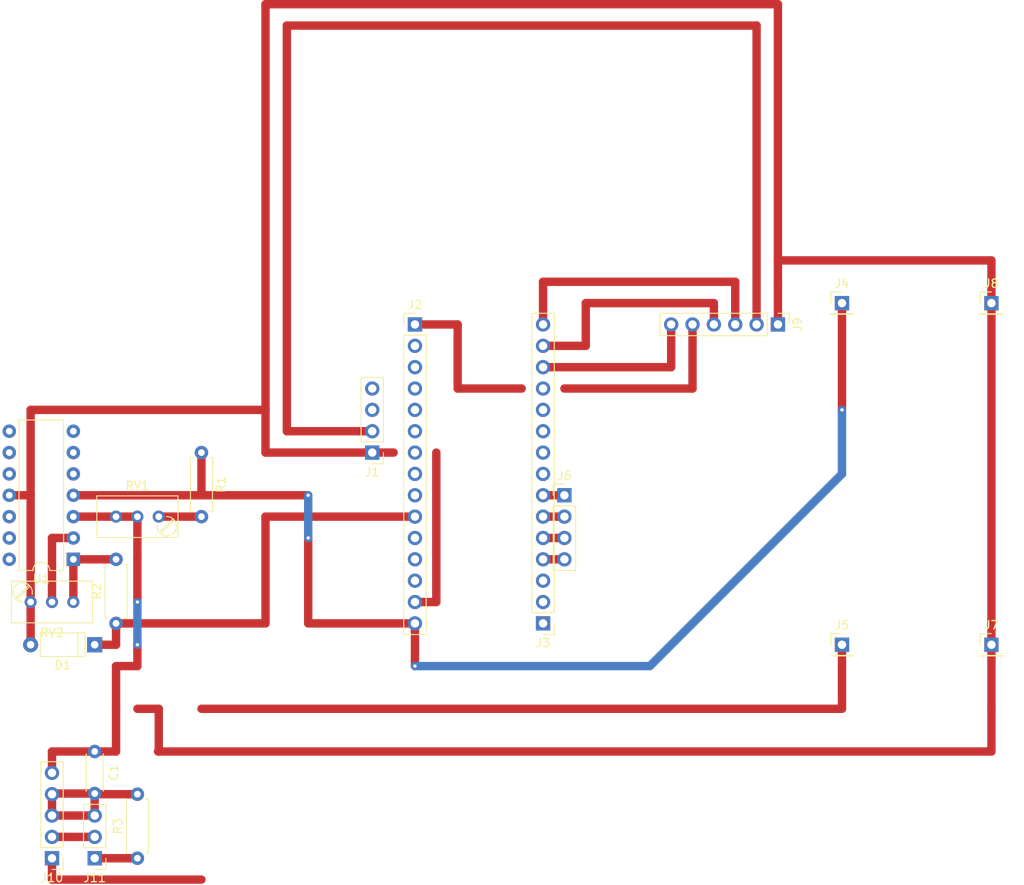
<source format=kicad_pcb>
(kicad_pcb (version 4) (host pcbnew 4.0.7)

  (general
    (links 42)
    (no_connects 9)
    (area 67.274999 17.079999 189.381905 120.245)
    (thickness 1.6)
    (drawings 0)
    (tracks 98)
    (zones 0)
    (modules 19)
    (nets 36)
  )

  (page A4)
  (layers
    (0 F.Cu signal)
    (31 B.Cu signal)
    (32 B.Adhes user)
    (33 F.Adhes user)
    (34 B.Paste user)
    (35 F.Paste user)
    (36 B.SilkS user)
    (37 F.SilkS user)
    (38 B.Mask user)
    (39 F.Mask user)
    (40 Dwgs.User user)
    (41 Cmts.User user)
    (42 Eco1.User user)
    (43 Eco2.User user)
    (44 Edge.Cuts user)
    (45 Margin user)
    (46 B.CrtYd user)
    (47 F.CrtYd user)
    (48 B.Fab user)
    (49 F.Fab user)
  )

  (setup
    (last_trace_width 1)
    (trace_clearance 0.2)
    (zone_clearance 0.508)
    (zone_45_only no)
    (trace_min 0.2)
    (segment_width 0.2)
    (edge_width 0.1)
    (via_size 0.6)
    (via_drill 0.4)
    (via_min_size 0.4)
    (via_min_drill 0.3)
    (uvia_size 0.3)
    (uvia_drill 0.1)
    (uvias_allowed no)
    (uvia_min_size 0.2)
    (uvia_min_drill 0.1)
    (pcb_text_width 0.3)
    (pcb_text_size 1.5 1.5)
    (mod_edge_width 0.15)
    (mod_text_size 1 1)
    (mod_text_width 0.15)
    (pad_size 1.5 1.5)
    (pad_drill 0.6)
    (pad_to_mask_clearance 0)
    (aux_axis_origin 0 0)
    (visible_elements 7FFFFFFF)
    (pcbplotparams
      (layerselection 0x00030_80000001)
      (usegerberextensions false)
      (excludeedgelayer true)
      (linewidth 0.100000)
      (plotframeref false)
      (viasonmask false)
      (mode 1)
      (useauxorigin false)
      (hpglpennumber 1)
      (hpglpenspeed 20)
      (hpglpendiameter 15)
      (hpglpenoverlay 2)
      (psnegative false)
      (psa4output false)
      (plotreference true)
      (plotvalue true)
      (plotinvisibletext false)
      (padsonsilk false)
      (subtractmaskfromsilk false)
      (outputformat 1)
      (mirror false)
      (drillshape 1)
      (scaleselection 1)
      (outputdirectory ""))
  )

  (net 0 "")
  (net 1 "Net-(C1-Pad1)")
  (net 2 GND)
  (net 3 "Net-(D1-Pad1)")
  (net 4 +5V)
  (net 5 "Net-(J1-Pad3)")
  (net 6 "Net-(J1-Pad4)")
  (net 7 "Net-(J2-Pad1)")
  (net 8 "Net-(J2-Pad2)")
  (net 9 "Net-(J2-Pad3)")
  (net 10 "Net-(J2-Pad6)")
  (net 11 "Net-(J2-Pad7)")
  (net 12 "Net-(J2-Pad8)")
  (net 13 "Net-(J2-Pad9)")
  (net 14 "Net-(J2-Pad11)")
  (net 15 "Net-(J2-Pad13)")
  (net 16 +VDC)
  (net 17 "Net-(J3-Pad1)")
  (net 18 "Net-(J3-Pad2)")
  (net 19 "Net-(J3-Pad3)")
  (net 20 "Net-(J3-Pad5)")
  (net 21 "Net-(J3-Pad6)")
  (net 22 "Net-(J3-Pad7)")
  (net 23 "Net-(J11-Pad1)")
  (net 24 "Net-(J3-Pad9)")
  (net 25 "Net-(J3-Pad10)")
  (net 26 "Net-(J3-Pad11)")
  (net 27 "Net-(J3-Pad12)")
  (net 28 "Net-(J3-Pad13)")
  (net 29 "Net-(J3-Pad14)")
  (net 30 "Net-(J3-Pad15)")
  (net 31 +24V)
  (net 32 "Net-(J10-Pad2)")
  (net 33 "Net-(R1-Pad2)")
  (net 34 "Net-(R2-Pad2)")
  (net 35 "Net-(RV2-Pad2)")

  (net_class Default "Tämä on oletuskytkentäverkkoluokka."
    (clearance 0.2)
    (trace_width 1)
    (via_dia 0.6)
    (via_drill 0.4)
    (uvia_dia 0.3)
    (uvia_drill 0.1)
    (add_net +24V)
    (add_net +5V)
    (add_net +VDC)
    (add_net GND)
    (add_net "Net-(C1-Pad1)")
    (add_net "Net-(D1-Pad1)")
    (add_net "Net-(J1-Pad3)")
    (add_net "Net-(J1-Pad4)")
    (add_net "Net-(J10-Pad2)")
    (add_net "Net-(J11-Pad1)")
    (add_net "Net-(J2-Pad1)")
    (add_net "Net-(J2-Pad11)")
    (add_net "Net-(J2-Pad13)")
    (add_net "Net-(J2-Pad2)")
    (add_net "Net-(J2-Pad3)")
    (add_net "Net-(J2-Pad6)")
    (add_net "Net-(J2-Pad7)")
    (add_net "Net-(J2-Pad8)")
    (add_net "Net-(J2-Pad9)")
    (add_net "Net-(J3-Pad1)")
    (add_net "Net-(J3-Pad10)")
    (add_net "Net-(J3-Pad11)")
    (add_net "Net-(J3-Pad12)")
    (add_net "Net-(J3-Pad13)")
    (add_net "Net-(J3-Pad14)")
    (add_net "Net-(J3-Pad15)")
    (add_net "Net-(J3-Pad2)")
    (add_net "Net-(J3-Pad3)")
    (add_net "Net-(J3-Pad5)")
    (add_net "Net-(J3-Pad6)")
    (add_net "Net-(J3-Pad7)")
    (add_net "Net-(J3-Pad9)")
    (add_net "Net-(R1-Pad2)")
    (add_net "Net-(R2-Pad2)")
    (add_net "Net-(RV2-Pad2)")
  )

  (module Capacitors_THT:C_Disc_D4.3mm_W1.9mm_P5.00mm (layer F.Cu) (tedit 597BC7C2) (tstamp 5A0ED118)
    (at 78.74 106.68 270)
    (descr "C, Disc series, Radial, pin pitch=5.00mm, , diameter*width=4.3*1.9mm^2, Capacitor, http://www.vishay.com/docs/45233/krseries.pdf")
    (tags "C Disc series Radial pin pitch 5.00mm  diameter 4.3mm width 1.9mm Capacitor")
    (path /5A0EBCAE)
    (fp_text reference C1 (at 2.5 -2.26 270) (layer F.SilkS)
      (effects (font (size 1 1) (thickness 0.15)))
    )
    (fp_text value C (at 2.5 2.26 270) (layer F.Fab)
      (effects (font (size 1 1) (thickness 0.15)))
    )
    (fp_line (start 0.35 -0.95) (end 0.35 0.95) (layer F.Fab) (width 0.1))
    (fp_line (start 0.35 0.95) (end 4.65 0.95) (layer F.Fab) (width 0.1))
    (fp_line (start 4.65 0.95) (end 4.65 -0.95) (layer F.Fab) (width 0.1))
    (fp_line (start 4.65 -0.95) (end 0.35 -0.95) (layer F.Fab) (width 0.1))
    (fp_line (start 0.29 -1.01) (end 4.71 -1.01) (layer F.SilkS) (width 0.12))
    (fp_line (start 0.29 1.01) (end 4.71 1.01) (layer F.SilkS) (width 0.12))
    (fp_line (start 0.29 -1.01) (end 0.29 -0.996) (layer F.SilkS) (width 0.12))
    (fp_line (start 0.29 0.996) (end 0.29 1.01) (layer F.SilkS) (width 0.12))
    (fp_line (start 4.71 -1.01) (end 4.71 -0.996) (layer F.SilkS) (width 0.12))
    (fp_line (start 4.71 0.996) (end 4.71 1.01) (layer F.SilkS) (width 0.12))
    (fp_line (start -1.05 -1.3) (end -1.05 1.3) (layer F.CrtYd) (width 0.05))
    (fp_line (start -1.05 1.3) (end 6.05 1.3) (layer F.CrtYd) (width 0.05))
    (fp_line (start 6.05 1.3) (end 6.05 -1.3) (layer F.CrtYd) (width 0.05))
    (fp_line (start 6.05 -1.3) (end -1.05 -1.3) (layer F.CrtYd) (width 0.05))
    (fp_text user %R (at 2.5 0 270) (layer F.Fab)
      (effects (font (size 1 1) (thickness 0.15)))
    )
    (pad 1 thru_hole circle (at 0 0 270) (size 1.6 1.6) (drill 0.8) (layers *.Cu *.Mask)
      (net 1 "Net-(C1-Pad1)"))
    (pad 2 thru_hole circle (at 5 0 270) (size 1.6 1.6) (drill 0.8) (layers *.Cu *.Mask)
      (net 2 GND))
    (model ${KISYS3DMOD}/Capacitors_THT.3dshapes/C_Disc_D4.3mm_W1.9mm_P5.00mm.wrl
      (at (xyz 0 0 0))
      (scale (xyz 1 1 1))
      (rotate (xyz 0 0 0))
    )
  )

  (module Diodes_THT:D_A-405_P7.62mm_Horizontal (layer F.Cu) (tedit 5A0ED2D8) (tstamp 5A0ED11E)
    (at 78.74 93.98 180)
    (descr "D, A-405 series, Axial, Horizontal, pin pitch=7.62mm, , length*diameter=5.2*2.7mm^2, , http://www.diodes.com/_files/packages/A-405.pdf")
    (tags "D A-405 series Axial Horizontal pin pitch 7.62mm  length 5.2mm diameter 2.7mm")
    (path /5A0DEB5F)
    (fp_text reference D1 (at 3.81 -2.41 180) (layer F.SilkS)
      (effects (font (size 1 1) (thickness 0.15)))
    )
    (fp_text value D_Zener (at 3.81 2.41 270) (layer F.Fab)
      (effects (font (size 1 1) (thickness 0.15)))
    )
    (fp_text user %R (at 3.81 0 180) (layer F.Fab)
      (effects (font (size 1 1) (thickness 0.15)))
    )
    (fp_line (start 1.21 -1.35) (end 1.21 1.35) (layer F.Fab) (width 0.1))
    (fp_line (start 1.21 1.35) (end 6.41 1.35) (layer F.Fab) (width 0.1))
    (fp_line (start 6.41 1.35) (end 6.41 -1.35) (layer F.Fab) (width 0.1))
    (fp_line (start 6.41 -1.35) (end 1.21 -1.35) (layer F.Fab) (width 0.1))
    (fp_line (start 0 0) (end 1.21 0) (layer F.Fab) (width 0.1))
    (fp_line (start 7.62 0) (end 6.41 0) (layer F.Fab) (width 0.1))
    (fp_line (start 1.99 -1.35) (end 1.99 1.35) (layer F.Fab) (width 0.1))
    (fp_line (start 1.15 -1.41) (end 1.15 1.41) (layer F.SilkS) (width 0.12))
    (fp_line (start 1.15 1.41) (end 6.47 1.41) (layer F.SilkS) (width 0.12))
    (fp_line (start 6.47 1.41) (end 6.47 -1.41) (layer F.SilkS) (width 0.12))
    (fp_line (start 6.47 -1.41) (end 1.15 -1.41) (layer F.SilkS) (width 0.12))
    (fp_line (start 1.08 0) (end 1.15 0) (layer F.SilkS) (width 0.12))
    (fp_line (start 6.54 0) (end 6.47 0) (layer F.SilkS) (width 0.12))
    (fp_line (start 1.99 -1.41) (end 1.99 1.41) (layer F.SilkS) (width 0.12))
    (fp_line (start -1.15 -1.7) (end -1.15 1.7) (layer F.CrtYd) (width 0.05))
    (fp_line (start -1.15 1.7) (end 8.8 1.7) (layer F.CrtYd) (width 0.05))
    (fp_line (start 8.8 1.7) (end 8.8 -1.7) (layer F.CrtYd) (width 0.05))
    (fp_line (start 8.8 -1.7) (end -1.15 -1.7) (layer F.CrtYd) (width 0.05))
    (pad 1 thru_hole rect (at 0 0 180) (size 1.8 1.8) (drill 0.9) (layers *.Cu *.Mask)
      (net 3 "Net-(D1-Pad1)"))
    (pad 2 thru_hole oval (at 7.62 0 180) (size 1.8 1.8) (drill 0.9) (layers *.Cu *.Mask)
      (net 2 GND))
    (model ${KISYS3DMOD}/Diodes_THT.3dshapes/D_A-405_P7.62mm_Horizontal.wrl
      (at (xyz 0 0 0))
      (scale (xyz 0.393701 0.393701 0.393701))
      (rotate (xyz 0 0 0))
    )
  )

  (module Socket_Strips:Socket_Strip_Straight_1x04_Pitch2.54mm (layer F.Cu) (tedit 58CD5446) (tstamp 5A0ED126)
    (at 111.76 71.12 180)
    (descr "Through hole straight socket strip, 1x04, 2.54mm pitch, single row")
    (tags "Through hole socket strip THT 1x04 2.54mm single row")
    (path /5A0ECD97)
    (fp_text reference J1 (at 0 -2.33 180) (layer F.SilkS)
      (effects (font (size 1 1) (thickness 0.15)))
    )
    (fp_text value Conn_SCREEN (at 0 9.95 180) (layer F.Fab)
      (effects (font (size 1 1) (thickness 0.15)))
    )
    (fp_line (start -1.27 -1.27) (end -1.27 8.89) (layer F.Fab) (width 0.1))
    (fp_line (start -1.27 8.89) (end 1.27 8.89) (layer F.Fab) (width 0.1))
    (fp_line (start 1.27 8.89) (end 1.27 -1.27) (layer F.Fab) (width 0.1))
    (fp_line (start 1.27 -1.27) (end -1.27 -1.27) (layer F.Fab) (width 0.1))
    (fp_line (start -1.33 1.27) (end -1.33 8.95) (layer F.SilkS) (width 0.12))
    (fp_line (start -1.33 8.95) (end 1.33 8.95) (layer F.SilkS) (width 0.12))
    (fp_line (start 1.33 8.95) (end 1.33 1.27) (layer F.SilkS) (width 0.12))
    (fp_line (start 1.33 1.27) (end -1.33 1.27) (layer F.SilkS) (width 0.12))
    (fp_line (start -1.33 0) (end -1.33 -1.33) (layer F.SilkS) (width 0.12))
    (fp_line (start -1.33 -1.33) (end 0 -1.33) (layer F.SilkS) (width 0.12))
    (fp_line (start -1.8 -1.8) (end -1.8 9.4) (layer F.CrtYd) (width 0.05))
    (fp_line (start -1.8 9.4) (end 1.8 9.4) (layer F.CrtYd) (width 0.05))
    (fp_line (start 1.8 9.4) (end 1.8 -1.8) (layer F.CrtYd) (width 0.05))
    (fp_line (start 1.8 -1.8) (end -1.8 -1.8) (layer F.CrtYd) (width 0.05))
    (fp_text user %R (at 0 -2.33 180) (layer F.Fab)
      (effects (font (size 1 1) (thickness 0.15)))
    )
    (pad 1 thru_hole rect (at 0 0 180) (size 1.7 1.7) (drill 1) (layers *.Cu *.Mask)
      (net 2 GND))
    (pad 2 thru_hole oval (at 0 2.54 180) (size 1.7 1.7) (drill 1) (layers *.Cu *.Mask)
      (net 4 +5V))
    (pad 3 thru_hole oval (at 0 5.08 180) (size 1.7 1.7) (drill 1) (layers *.Cu *.Mask)
      (net 5 "Net-(J1-Pad3)"))
    (pad 4 thru_hole oval (at 0 7.62 180) (size 1.7 1.7) (drill 1) (layers *.Cu *.Mask)
      (net 6 "Net-(J1-Pad4)"))
    (model ${KISYS3DMOD}/Socket_Strips.3dshapes/Socket_Strip_Straight_1x04_Pitch2.54mm.wrl
      (at (xyz 0 -0.15 0))
      (scale (xyz 1 1 1))
      (rotate (xyz 0 0 270))
    )
  )

  (module Socket_Strips:Socket_Strip_Straight_1x15_Pitch2.54mm (layer F.Cu) (tedit 58CD5446) (tstamp 5A0ED139)
    (at 116.84 55.88)
    (descr "Through hole straight socket strip, 1x15, 2.54mm pitch, single row")
    (tags "Through hole socket strip THT 1x15 2.54mm single row")
    (path /5A0EC200)
    (fp_text reference J2 (at 0 -2.33) (layer F.SilkS)
      (effects (font (size 1 1) (thickness 0.15)))
    )
    (fp_text value Conn_01x15 (at 0 37.89) (layer F.Fab)
      (effects (font (size 1 1) (thickness 0.15)))
    )
    (fp_line (start -1.27 -1.27) (end -1.27 36.83) (layer F.Fab) (width 0.1))
    (fp_line (start -1.27 36.83) (end 1.27 36.83) (layer F.Fab) (width 0.1))
    (fp_line (start 1.27 36.83) (end 1.27 -1.27) (layer F.Fab) (width 0.1))
    (fp_line (start 1.27 -1.27) (end -1.27 -1.27) (layer F.Fab) (width 0.1))
    (fp_line (start -1.33 1.27) (end -1.33 36.89) (layer F.SilkS) (width 0.12))
    (fp_line (start -1.33 36.89) (end 1.33 36.89) (layer F.SilkS) (width 0.12))
    (fp_line (start 1.33 36.89) (end 1.33 1.27) (layer F.SilkS) (width 0.12))
    (fp_line (start 1.33 1.27) (end -1.33 1.27) (layer F.SilkS) (width 0.12))
    (fp_line (start -1.33 0) (end -1.33 -1.33) (layer F.SilkS) (width 0.12))
    (fp_line (start -1.33 -1.33) (end 0 -1.33) (layer F.SilkS) (width 0.12))
    (fp_line (start -1.8 -1.8) (end -1.8 37.35) (layer F.CrtYd) (width 0.05))
    (fp_line (start -1.8 37.35) (end 1.8 37.35) (layer F.CrtYd) (width 0.05))
    (fp_line (start 1.8 37.35) (end 1.8 -1.8) (layer F.CrtYd) (width 0.05))
    (fp_line (start 1.8 -1.8) (end -1.8 -1.8) (layer F.CrtYd) (width 0.05))
    (fp_text user %R (at 0 -2.33) (layer F.Fab)
      (effects (font (size 1 1) (thickness 0.15)))
    )
    (pad 1 thru_hole rect (at 0 0) (size 1.7 1.7) (drill 1) (layers *.Cu *.Mask)
      (net 7 "Net-(J2-Pad1)"))
    (pad 2 thru_hole oval (at 0 2.54) (size 1.7 1.7) (drill 1) (layers *.Cu *.Mask)
      (net 8 "Net-(J2-Pad2)"))
    (pad 3 thru_hole oval (at 0 5.08) (size 1.7 1.7) (drill 1) (layers *.Cu *.Mask)
      (net 9 "Net-(J2-Pad3)"))
    (pad 4 thru_hole oval (at 0 7.62) (size 1.7 1.7) (drill 1) (layers *.Cu *.Mask)
      (net 6 "Net-(J1-Pad4)"))
    (pad 5 thru_hole oval (at 0 10.16) (size 1.7 1.7) (drill 1) (layers *.Cu *.Mask)
      (net 5 "Net-(J1-Pad3)"))
    (pad 6 thru_hole oval (at 0 12.7) (size 1.7 1.7) (drill 1) (layers *.Cu *.Mask)
      (net 10 "Net-(J2-Pad6)"))
    (pad 7 thru_hole oval (at 0 15.24) (size 1.7 1.7) (drill 1) (layers *.Cu *.Mask)
      (net 11 "Net-(J2-Pad7)"))
    (pad 8 thru_hole oval (at 0 17.78) (size 1.7 1.7) (drill 1) (layers *.Cu *.Mask)
      (net 12 "Net-(J2-Pad8)"))
    (pad 9 thru_hole oval (at 0 20.32) (size 1.7 1.7) (drill 1) (layers *.Cu *.Mask)
      (net 13 "Net-(J2-Pad9)"))
    (pad 10 thru_hole oval (at 0 22.86) (size 1.7 1.7) (drill 1) (layers *.Cu *.Mask)
      (net 3 "Net-(D1-Pad1)"))
    (pad 11 thru_hole oval (at 0 25.4) (size 1.7 1.7) (drill 1) (layers *.Cu *.Mask)
      (net 14 "Net-(J2-Pad11)"))
    (pad 12 thru_hole oval (at 0 27.94) (size 1.7 1.7) (drill 1) (layers *.Cu *.Mask)
      (net 4 +5V))
    (pad 13 thru_hole oval (at 0 30.48) (size 1.7 1.7) (drill 1) (layers *.Cu *.Mask)
      (net 15 "Net-(J2-Pad13)"))
    (pad 14 thru_hole oval (at 0 33.02) (size 1.7 1.7) (drill 1) (layers *.Cu *.Mask)
      (net 2 GND))
    (pad 15 thru_hole oval (at 0 35.56) (size 1.7 1.7) (drill 1) (layers *.Cu *.Mask)
      (net 16 +VDC))
    (model ${KISYS3DMOD}/Socket_Strips.3dshapes/Socket_Strip_Straight_1x15_Pitch2.54mm.wrl
      (at (xyz 0 -0.7 0))
      (scale (xyz 1 1 1))
      (rotate (xyz 0 0 270))
    )
  )

  (module Socket_Strips:Socket_Strip_Straight_1x15_Pitch2.54mm (layer F.Cu) (tedit 58CD5446) (tstamp 5A0ED14C)
    (at 132.08 91.44 180)
    (descr "Through hole straight socket strip, 1x15, 2.54mm pitch, single row")
    (tags "Through hole socket strip THT 1x15 2.54mm single row")
    (path /5A0EC24F)
    (fp_text reference J3 (at 0 -2.33 180) (layer F.SilkS)
      (effects (font (size 1 1) (thickness 0.15)))
    )
    (fp_text value Conn_01x15 (at 0 37.89 180) (layer F.Fab)
      (effects (font (size 1 1) (thickness 0.15)))
    )
    (fp_line (start -1.27 -1.27) (end -1.27 36.83) (layer F.Fab) (width 0.1))
    (fp_line (start -1.27 36.83) (end 1.27 36.83) (layer F.Fab) (width 0.1))
    (fp_line (start 1.27 36.83) (end 1.27 -1.27) (layer F.Fab) (width 0.1))
    (fp_line (start 1.27 -1.27) (end -1.27 -1.27) (layer F.Fab) (width 0.1))
    (fp_line (start -1.33 1.27) (end -1.33 36.89) (layer F.SilkS) (width 0.12))
    (fp_line (start -1.33 36.89) (end 1.33 36.89) (layer F.SilkS) (width 0.12))
    (fp_line (start 1.33 36.89) (end 1.33 1.27) (layer F.SilkS) (width 0.12))
    (fp_line (start 1.33 1.27) (end -1.33 1.27) (layer F.SilkS) (width 0.12))
    (fp_line (start -1.33 0) (end -1.33 -1.33) (layer F.SilkS) (width 0.12))
    (fp_line (start -1.33 -1.33) (end 0 -1.33) (layer F.SilkS) (width 0.12))
    (fp_line (start -1.8 -1.8) (end -1.8 37.35) (layer F.CrtYd) (width 0.05))
    (fp_line (start -1.8 37.35) (end 1.8 37.35) (layer F.CrtYd) (width 0.05))
    (fp_line (start 1.8 37.35) (end 1.8 -1.8) (layer F.CrtYd) (width 0.05))
    (fp_line (start 1.8 -1.8) (end -1.8 -1.8) (layer F.CrtYd) (width 0.05))
    (fp_text user %R (at 0 -2.33 180) (layer F.Fab)
      (effects (font (size 1 1) (thickness 0.15)))
    )
    (pad 1 thru_hole rect (at 0 0 180) (size 1.7 1.7) (drill 1) (layers *.Cu *.Mask)
      (net 17 "Net-(J3-Pad1)"))
    (pad 2 thru_hole oval (at 0 2.54 180) (size 1.7 1.7) (drill 1) (layers *.Cu *.Mask)
      (net 18 "Net-(J3-Pad2)"))
    (pad 3 thru_hole oval (at 0 5.08 180) (size 1.7 1.7) (drill 1) (layers *.Cu *.Mask)
      (net 19 "Net-(J3-Pad3)"))
    (pad 4 thru_hole oval (at 0 7.62 180) (size 1.7 1.7) (drill 1) (layers *.Cu *.Mask)
      (net 2 GND))
    (pad 5 thru_hole oval (at 0 10.16 180) (size 1.7 1.7) (drill 1) (layers *.Cu *.Mask)
      (net 20 "Net-(J3-Pad5)"))
    (pad 6 thru_hole oval (at 0 12.7 180) (size 1.7 1.7) (drill 1) (layers *.Cu *.Mask)
      (net 21 "Net-(J3-Pad6)"))
    (pad 7 thru_hole oval (at 0 15.24 180) (size 1.7 1.7) (drill 1) (layers *.Cu *.Mask)
      (net 22 "Net-(J3-Pad7)"))
    (pad 8 thru_hole oval (at 0 17.78 180) (size 1.7 1.7) (drill 1) (layers *.Cu *.Mask)
      (net 23 "Net-(J11-Pad1)"))
    (pad 9 thru_hole oval (at 0 20.32 180) (size 1.7 1.7) (drill 1) (layers *.Cu *.Mask)
      (net 24 "Net-(J3-Pad9)"))
    (pad 10 thru_hole oval (at 0 22.86 180) (size 1.7 1.7) (drill 1) (layers *.Cu *.Mask)
      (net 25 "Net-(J3-Pad10)"))
    (pad 11 thru_hole oval (at 0 25.4 180) (size 1.7 1.7) (drill 1) (layers *.Cu *.Mask)
      (net 26 "Net-(J3-Pad11)"))
    (pad 12 thru_hole oval (at 0 27.94 180) (size 1.7 1.7) (drill 1) (layers *.Cu *.Mask)
      (net 27 "Net-(J3-Pad12)"))
    (pad 13 thru_hole oval (at 0 30.48 180) (size 1.7 1.7) (drill 1) (layers *.Cu *.Mask)
      (net 28 "Net-(J3-Pad13)"))
    (pad 14 thru_hole oval (at 0 33.02 180) (size 1.7 1.7) (drill 1) (layers *.Cu *.Mask)
      (net 29 "Net-(J3-Pad14)"))
    (pad 15 thru_hole oval (at 0 35.56 180) (size 1.7 1.7) (drill 1) (layers *.Cu *.Mask)
      (net 30 "Net-(J3-Pad15)"))
    (model ${KISYS3DMOD}/Socket_Strips.3dshapes/Socket_Strip_Straight_1x15_Pitch2.54mm.wrl
      (at (xyz 0 -0.7 0))
      (scale (xyz 1 1 1))
      (rotate (xyz 0 0 270))
    )
  )

  (module Socket_Strips:Socket_Strip_Straight_1x01_Pitch2.54mm (layer F.Cu) (tedit 58CD5446) (tstamp 5A0ED151)
    (at 167.64 53.34)
    (descr "Through hole straight socket strip, 1x01, 2.54mm pitch, single row")
    (tags "Through hole socket strip THT 1x01 2.54mm single row")
    (path /5A0EC55E)
    (fp_text reference J4 (at 0 -2.33) (layer F.SilkS)
      (effects (font (size 1 1) (thickness 0.15)))
    )
    (fp_text value Conn_10vOUT (at 0 2.33) (layer F.Fab)
      (effects (font (size 1 1) (thickness 0.15)))
    )
    (fp_line (start -1.27 -1.27) (end -1.27 1.27) (layer F.Fab) (width 0.1))
    (fp_line (start -1.27 1.27) (end 1.27 1.27) (layer F.Fab) (width 0.1))
    (fp_line (start 1.27 1.27) (end 1.27 -1.27) (layer F.Fab) (width 0.1))
    (fp_line (start 1.27 -1.27) (end -1.27 -1.27) (layer F.Fab) (width 0.1))
    (fp_line (start -1.33 1.27) (end -1.33 1.33) (layer F.SilkS) (width 0.12))
    (fp_line (start -1.33 1.33) (end 1.33 1.33) (layer F.SilkS) (width 0.12))
    (fp_line (start 1.33 1.33) (end 1.33 1.27) (layer F.SilkS) (width 0.12))
    (fp_line (start 1.33 1.27) (end -1.33 1.27) (layer F.SilkS) (width 0.12))
    (fp_line (start -1.33 0) (end -1.33 -1.33) (layer F.SilkS) (width 0.12))
    (fp_line (start -1.33 -1.33) (end 0 -1.33) (layer F.SilkS) (width 0.12))
    (fp_line (start -1.8 -1.8) (end -1.8 1.8) (layer F.CrtYd) (width 0.05))
    (fp_line (start -1.8 1.8) (end 1.8 1.8) (layer F.CrtYd) (width 0.05))
    (fp_line (start 1.8 1.8) (end 1.8 -1.8) (layer F.CrtYd) (width 0.05))
    (fp_line (start 1.8 -1.8) (end -1.8 -1.8) (layer F.CrtYd) (width 0.05))
    (fp_text user %R (at 0 -2.33) (layer F.Fab)
      (effects (font (size 1 1) (thickness 0.15)))
    )
    (pad 1 thru_hole rect (at 0 0) (size 1.7 1.7) (drill 1) (layers *.Cu *.Mask)
      (net 16 +VDC))
    (model ${KISYS3DMOD}/Socket_Strips.3dshapes/Socket_Strip_Straight_1x01_Pitch2.54mm.wrl
      (at (xyz 0 0 0))
      (scale (xyz 1 1 1))
      (rotate (xyz 0 0 270))
    )
  )

  (module Socket_Strips:Socket_Strip_Straight_1x01_Pitch2.54mm (layer F.Cu) (tedit 58CD5446) (tstamp 5A0ED156)
    (at 167.64 93.98)
    (descr "Through hole straight socket strip, 1x01, 2.54mm pitch, single row")
    (tags "Through hole socket strip THT 1x01 2.54mm single row")
    (path /5A0EC63C)
    (fp_text reference J5 (at 0 -2.33) (layer F.SilkS)
      (effects (font (size 1 1) (thickness 0.15)))
    )
    (fp_text value Conn_24vIN (at 0 2.33) (layer F.Fab)
      (effects (font (size 1 1) (thickness 0.15)))
    )
    (fp_line (start -1.27 -1.27) (end -1.27 1.27) (layer F.Fab) (width 0.1))
    (fp_line (start -1.27 1.27) (end 1.27 1.27) (layer F.Fab) (width 0.1))
    (fp_line (start 1.27 1.27) (end 1.27 -1.27) (layer F.Fab) (width 0.1))
    (fp_line (start 1.27 -1.27) (end -1.27 -1.27) (layer F.Fab) (width 0.1))
    (fp_line (start -1.33 1.27) (end -1.33 1.33) (layer F.SilkS) (width 0.12))
    (fp_line (start -1.33 1.33) (end 1.33 1.33) (layer F.SilkS) (width 0.12))
    (fp_line (start 1.33 1.33) (end 1.33 1.27) (layer F.SilkS) (width 0.12))
    (fp_line (start 1.33 1.27) (end -1.33 1.27) (layer F.SilkS) (width 0.12))
    (fp_line (start -1.33 0) (end -1.33 -1.33) (layer F.SilkS) (width 0.12))
    (fp_line (start -1.33 -1.33) (end 0 -1.33) (layer F.SilkS) (width 0.12))
    (fp_line (start -1.8 -1.8) (end -1.8 1.8) (layer F.CrtYd) (width 0.05))
    (fp_line (start -1.8 1.8) (end 1.8 1.8) (layer F.CrtYd) (width 0.05))
    (fp_line (start 1.8 1.8) (end 1.8 -1.8) (layer F.CrtYd) (width 0.05))
    (fp_line (start 1.8 -1.8) (end -1.8 -1.8) (layer F.CrtYd) (width 0.05))
    (fp_text user %R (at 0 -2.33) (layer F.Fab)
      (effects (font (size 1 1) (thickness 0.15)))
    )
    (pad 1 thru_hole rect (at 0 0) (size 1.7 1.7) (drill 1) (layers *.Cu *.Mask)
      (net 31 +24V))
    (model ${KISYS3DMOD}/Socket_Strips.3dshapes/Socket_Strip_Straight_1x01_Pitch2.54mm.wrl
      (at (xyz 0 0 0))
      (scale (xyz 1 1 1))
      (rotate (xyz 0 0 270))
    )
  )

  (module Socket_Strips:Socket_Strip_Straight_1x04_Pitch2.54mm (layer F.Cu) (tedit 58CD5446) (tstamp 5A0ED15E)
    (at 134.62 76.2)
    (descr "Through hole straight socket strip, 1x04, 2.54mm pitch, single row")
    (tags "Through hole socket strip THT 1x04 2.54mm single row")
    (path /5A0F40DE)
    (fp_text reference J6 (at 0 -2.33) (layer F.SilkS)
      (effects (font (size 1 1) (thickness 0.15)))
    )
    (fp_text value Conn_ENCODER (at 0 9.95) (layer F.Fab)
      (effects (font (size 1 1) (thickness 0.15)))
    )
    (fp_line (start -1.27 -1.27) (end -1.27 8.89) (layer F.Fab) (width 0.1))
    (fp_line (start -1.27 8.89) (end 1.27 8.89) (layer F.Fab) (width 0.1))
    (fp_line (start 1.27 8.89) (end 1.27 -1.27) (layer F.Fab) (width 0.1))
    (fp_line (start 1.27 -1.27) (end -1.27 -1.27) (layer F.Fab) (width 0.1))
    (fp_line (start -1.33 1.27) (end -1.33 8.95) (layer F.SilkS) (width 0.12))
    (fp_line (start -1.33 8.95) (end 1.33 8.95) (layer F.SilkS) (width 0.12))
    (fp_line (start 1.33 8.95) (end 1.33 1.27) (layer F.SilkS) (width 0.12))
    (fp_line (start 1.33 1.27) (end -1.33 1.27) (layer F.SilkS) (width 0.12))
    (fp_line (start -1.33 0) (end -1.33 -1.33) (layer F.SilkS) (width 0.12))
    (fp_line (start -1.33 -1.33) (end 0 -1.33) (layer F.SilkS) (width 0.12))
    (fp_line (start -1.8 -1.8) (end -1.8 9.4) (layer F.CrtYd) (width 0.05))
    (fp_line (start -1.8 9.4) (end 1.8 9.4) (layer F.CrtYd) (width 0.05))
    (fp_line (start 1.8 9.4) (end 1.8 -1.8) (layer F.CrtYd) (width 0.05))
    (fp_line (start 1.8 -1.8) (end -1.8 -1.8) (layer F.CrtYd) (width 0.05))
    (fp_text user %R (at 0 -2.33) (layer F.Fab)
      (effects (font (size 1 1) (thickness 0.15)))
    )
    (pad 1 thru_hole rect (at 0 0) (size 1.7 1.7) (drill 1) (layers *.Cu *.Mask)
      (net 22 "Net-(J3-Pad7)"))
    (pad 2 thru_hole oval (at 0 2.54) (size 1.7 1.7) (drill 1) (layers *.Cu *.Mask)
      (net 21 "Net-(J3-Pad6)"))
    (pad 3 thru_hole oval (at 0 5.08) (size 1.7 1.7) (drill 1) (layers *.Cu *.Mask)
      (net 20 "Net-(J3-Pad5)"))
    (pad 4 thru_hole oval (at 0 7.62) (size 1.7 1.7) (drill 1) (layers *.Cu *.Mask)
      (net 2 GND))
    (model ${KISYS3DMOD}/Socket_Strips.3dshapes/Socket_Strip_Straight_1x04_Pitch2.54mm.wrl
      (at (xyz 0 -0.15 0))
      (scale (xyz 1 1 1))
      (rotate (xyz 0 0 270))
    )
  )

  (module Socket_Strips:Socket_Strip_Straight_1x01_Pitch2.54mm (layer F.Cu) (tedit 58CD5446) (tstamp 5A0ED163)
    (at 185.42 93.98)
    (descr "Through hole straight socket strip, 1x01, 2.54mm pitch, single row")
    (tags "Through hole socket strip THT 1x01 2.54mm single row")
    (path /5A0EC5ED)
    (fp_text reference J7 (at 0 -2.33) (layer F.SilkS)
      (effects (font (size 1 1) (thickness 0.15)))
    )
    (fp_text value Conn_GND (at 0 2.33) (layer F.Fab)
      (effects (font (size 1 1) (thickness 0.15)))
    )
    (fp_line (start -1.27 -1.27) (end -1.27 1.27) (layer F.Fab) (width 0.1))
    (fp_line (start -1.27 1.27) (end 1.27 1.27) (layer F.Fab) (width 0.1))
    (fp_line (start 1.27 1.27) (end 1.27 -1.27) (layer F.Fab) (width 0.1))
    (fp_line (start 1.27 -1.27) (end -1.27 -1.27) (layer F.Fab) (width 0.1))
    (fp_line (start -1.33 1.27) (end -1.33 1.33) (layer F.SilkS) (width 0.12))
    (fp_line (start -1.33 1.33) (end 1.33 1.33) (layer F.SilkS) (width 0.12))
    (fp_line (start 1.33 1.33) (end 1.33 1.27) (layer F.SilkS) (width 0.12))
    (fp_line (start 1.33 1.27) (end -1.33 1.27) (layer F.SilkS) (width 0.12))
    (fp_line (start -1.33 0) (end -1.33 -1.33) (layer F.SilkS) (width 0.12))
    (fp_line (start -1.33 -1.33) (end 0 -1.33) (layer F.SilkS) (width 0.12))
    (fp_line (start -1.8 -1.8) (end -1.8 1.8) (layer F.CrtYd) (width 0.05))
    (fp_line (start -1.8 1.8) (end 1.8 1.8) (layer F.CrtYd) (width 0.05))
    (fp_line (start 1.8 1.8) (end 1.8 -1.8) (layer F.CrtYd) (width 0.05))
    (fp_line (start 1.8 -1.8) (end -1.8 -1.8) (layer F.CrtYd) (width 0.05))
    (fp_text user %R (at 0 -2.33) (layer F.Fab)
      (effects (font (size 1 1) (thickness 0.15)))
    )
    (pad 1 thru_hole rect (at 0 0) (size 1.7 1.7) (drill 1) (layers *.Cu *.Mask)
      (net 2 GND))
    (model ${KISYS3DMOD}/Socket_Strips.3dshapes/Socket_Strip_Straight_1x01_Pitch2.54mm.wrl
      (at (xyz 0 0 0))
      (scale (xyz 1 1 1))
      (rotate (xyz 0 0 270))
    )
  )

  (module Socket_Strips:Socket_Strip_Straight_1x01_Pitch2.54mm (layer F.Cu) (tedit 58CD5446) (tstamp 5A0ED168)
    (at 185.42 53.34)
    (descr "Through hole straight socket strip, 1x01, 2.54mm pitch, single row")
    (tags "Through hole socket strip THT 1x01 2.54mm single row")
    (path /5A0EC69D)
    (fp_text reference J8 (at 0 -2.33) (layer F.SilkS)
      (effects (font (size 1 1) (thickness 0.15)))
    )
    (fp_text value Conn_GND (at 0 2.33) (layer F.Fab)
      (effects (font (size 1 1) (thickness 0.15)))
    )
    (fp_line (start -1.27 -1.27) (end -1.27 1.27) (layer F.Fab) (width 0.1))
    (fp_line (start -1.27 1.27) (end 1.27 1.27) (layer F.Fab) (width 0.1))
    (fp_line (start 1.27 1.27) (end 1.27 -1.27) (layer F.Fab) (width 0.1))
    (fp_line (start 1.27 -1.27) (end -1.27 -1.27) (layer F.Fab) (width 0.1))
    (fp_line (start -1.33 1.27) (end -1.33 1.33) (layer F.SilkS) (width 0.12))
    (fp_line (start -1.33 1.33) (end 1.33 1.33) (layer F.SilkS) (width 0.12))
    (fp_line (start 1.33 1.33) (end 1.33 1.27) (layer F.SilkS) (width 0.12))
    (fp_line (start 1.33 1.27) (end -1.33 1.27) (layer F.SilkS) (width 0.12))
    (fp_line (start -1.33 0) (end -1.33 -1.33) (layer F.SilkS) (width 0.12))
    (fp_line (start -1.33 -1.33) (end 0 -1.33) (layer F.SilkS) (width 0.12))
    (fp_line (start -1.8 -1.8) (end -1.8 1.8) (layer F.CrtYd) (width 0.05))
    (fp_line (start -1.8 1.8) (end 1.8 1.8) (layer F.CrtYd) (width 0.05))
    (fp_line (start 1.8 1.8) (end 1.8 -1.8) (layer F.CrtYd) (width 0.05))
    (fp_line (start 1.8 -1.8) (end -1.8 -1.8) (layer F.CrtYd) (width 0.05))
    (fp_text user %R (at 0 -2.33) (layer F.Fab)
      (effects (font (size 1 1) (thickness 0.15)))
    )
    (pad 1 thru_hole rect (at 0 0) (size 1.7 1.7) (drill 1) (layers *.Cu *.Mask)
      (net 2 GND))
    (model ${KISYS3DMOD}/Socket_Strips.3dshapes/Socket_Strip_Straight_1x01_Pitch2.54mm.wrl
      (at (xyz 0 0 0))
      (scale (xyz 1 1 1))
      (rotate (xyz 0 0 270))
    )
  )

  (module Socket_Strips:Socket_Strip_Straight_1x06_Pitch2.54mm (layer F.Cu) (tedit 58CD5446) (tstamp 5A0ED172)
    (at 160.02 55.88 270)
    (descr "Through hole straight socket strip, 1x06, 2.54mm pitch, single row")
    (tags "Through hole socket strip THT 1x06 2.54mm single row")
    (path /5A0EC9BC)
    (fp_text reference J9 (at 0 -2.33 270) (layer F.SilkS)
      (effects (font (size 1 1) (thickness 0.15)))
    )
    (fp_text value Conn_SD (at 0 15.03 270) (layer F.Fab)
      (effects (font (size 1 1) (thickness 0.15)))
    )
    (fp_line (start -1.27 -1.27) (end -1.27 13.97) (layer F.Fab) (width 0.1))
    (fp_line (start -1.27 13.97) (end 1.27 13.97) (layer F.Fab) (width 0.1))
    (fp_line (start 1.27 13.97) (end 1.27 -1.27) (layer F.Fab) (width 0.1))
    (fp_line (start 1.27 -1.27) (end -1.27 -1.27) (layer F.Fab) (width 0.1))
    (fp_line (start -1.33 1.27) (end -1.33 14.03) (layer F.SilkS) (width 0.12))
    (fp_line (start -1.33 14.03) (end 1.33 14.03) (layer F.SilkS) (width 0.12))
    (fp_line (start 1.33 14.03) (end 1.33 1.27) (layer F.SilkS) (width 0.12))
    (fp_line (start 1.33 1.27) (end -1.33 1.27) (layer F.SilkS) (width 0.12))
    (fp_line (start -1.33 0) (end -1.33 -1.33) (layer F.SilkS) (width 0.12))
    (fp_line (start -1.33 -1.33) (end 0 -1.33) (layer F.SilkS) (width 0.12))
    (fp_line (start -1.8 -1.8) (end -1.8 14.5) (layer F.CrtYd) (width 0.05))
    (fp_line (start -1.8 14.5) (end 1.8 14.5) (layer F.CrtYd) (width 0.05))
    (fp_line (start 1.8 14.5) (end 1.8 -1.8) (layer F.CrtYd) (width 0.05))
    (fp_line (start 1.8 -1.8) (end -1.8 -1.8) (layer F.CrtYd) (width 0.05))
    (fp_text user %R (at 0 -2.33 270) (layer F.Fab)
      (effects (font (size 1 1) (thickness 0.15)))
    )
    (pad 1 thru_hole rect (at 0 0 270) (size 1.7 1.7) (drill 1) (layers *.Cu *.Mask)
      (net 2 GND))
    (pad 2 thru_hole oval (at 0 2.54 270) (size 1.7 1.7) (drill 1) (layers *.Cu *.Mask)
      (net 4 +5V))
    (pad 3 thru_hole oval (at 0 5.08 270) (size 1.7 1.7) (drill 1) (layers *.Cu *.Mask)
      (net 30 "Net-(J3-Pad15)"))
    (pad 4 thru_hole oval (at 0 7.62 270) (size 1.7 1.7) (drill 1) (layers *.Cu *.Mask)
      (net 29 "Net-(J3-Pad14)"))
    (pad 5 thru_hole oval (at 0 10.16 270) (size 1.7 1.7) (drill 1) (layers *.Cu *.Mask)
      (net 7 "Net-(J2-Pad1)"))
    (pad 6 thru_hole oval (at 0 12.7 270) (size 1.7 1.7) (drill 1) (layers *.Cu *.Mask)
      (net 28 "Net-(J3-Pad13)"))
    (model ${KISYS3DMOD}/Socket_Strips.3dshapes/Socket_Strip_Straight_1x06_Pitch2.54mm.wrl
      (at (xyz 0 -0.25 0))
      (scale (xyz 1 1 1))
      (rotate (xyz 0 0 270))
    )
  )

  (module Socket_Strips:Socket_Strip_Straight_1x05_Pitch2.54mm (layer F.Cu) (tedit 58CD5446) (tstamp 5A0ED17B)
    (at 73.66 119.38 180)
    (descr "Through hole straight socket strip, 1x05, 2.54mm pitch, single row")
    (tags "Through hole socket strip THT 1x05 2.54mm single row")
    (path /5A0F92B7)
    (fp_text reference J10 (at 0 -2.33 180) (layer F.SilkS)
      (effects (font (size 1 1) (thickness 0.15)))
    )
    (fp_text value Conn_TIP (at 0 12.49 180) (layer F.Fab)
      (effects (font (size 1 1) (thickness 0.15)))
    )
    (fp_line (start -1.27 -1.27) (end -1.27 11.43) (layer F.Fab) (width 0.1))
    (fp_line (start -1.27 11.43) (end 1.27 11.43) (layer F.Fab) (width 0.1))
    (fp_line (start 1.27 11.43) (end 1.27 -1.27) (layer F.Fab) (width 0.1))
    (fp_line (start 1.27 -1.27) (end -1.27 -1.27) (layer F.Fab) (width 0.1))
    (fp_line (start -1.33 1.27) (end -1.33 11.49) (layer F.SilkS) (width 0.12))
    (fp_line (start -1.33 11.49) (end 1.33 11.49) (layer F.SilkS) (width 0.12))
    (fp_line (start 1.33 11.49) (end 1.33 1.27) (layer F.SilkS) (width 0.12))
    (fp_line (start 1.33 1.27) (end -1.33 1.27) (layer F.SilkS) (width 0.12))
    (fp_line (start -1.33 0) (end -1.33 -1.33) (layer F.SilkS) (width 0.12))
    (fp_line (start -1.33 -1.33) (end 0 -1.33) (layer F.SilkS) (width 0.12))
    (fp_line (start -1.8 -1.8) (end -1.8 11.95) (layer F.CrtYd) (width 0.05))
    (fp_line (start -1.8 11.95) (end 1.8 11.95) (layer F.CrtYd) (width 0.05))
    (fp_line (start 1.8 11.95) (end 1.8 -1.8) (layer F.CrtYd) (width 0.05))
    (fp_line (start 1.8 -1.8) (end -1.8 -1.8) (layer F.CrtYd) (width 0.05))
    (fp_text user %R (at 0 -2.33 180) (layer F.Fab)
      (effects (font (size 1 1) (thickness 0.15)))
    )
    (pad 1 thru_hole rect (at 0 0 180) (size 1.7 1.7) (drill 1) (layers *.Cu *.Mask)
      (net 31 +24V))
    (pad 2 thru_hole oval (at 0 2.54 180) (size 1.7 1.7) (drill 1) (layers *.Cu *.Mask)
      (net 32 "Net-(J10-Pad2)"))
    (pad 3 thru_hole oval (at 0 5.08 180) (size 1.7 1.7) (drill 1) (layers *.Cu *.Mask)
      (net 2 GND))
    (pad 4 thru_hole oval (at 0 7.62 180) (size 1.7 1.7) (drill 1) (layers *.Cu *.Mask)
      (net 2 GND))
    (pad 5 thru_hole oval (at 0 10.16 180) (size 1.7 1.7) (drill 1) (layers *.Cu *.Mask)
      (net 1 "Net-(C1-Pad1)"))
    (model ${KISYS3DMOD}/Socket_Strips.3dshapes/Socket_Strip_Straight_1x05_Pitch2.54mm.wrl
      (at (xyz 0 -0.2 0))
      (scale (xyz 1 1 1))
      (rotate (xyz 0 0 270))
    )
  )

  (module Socket_Strips:Socket_Strip_Straight_1x03_Pitch2.54mm (layer F.Cu) (tedit 58CD5446) (tstamp 5A0ED182)
    (at 78.74 119.38 180)
    (descr "Through hole straight socket strip, 1x03, 2.54mm pitch, single row")
    (tags "Through hole socket strip THT 1x03 2.54mm single row")
    (path /5A0EC46C)
    (fp_text reference J11 (at 0 -2.33 180) (layer F.SilkS)
      (effects (font (size 1 1) (thickness 0.15)))
    )
    (fp_text value Conn_FET (at 0 7.41 180) (layer F.Fab)
      (effects (font (size 1 1) (thickness 0.15)))
    )
    (fp_line (start -1.27 -1.27) (end -1.27 6.35) (layer F.Fab) (width 0.1))
    (fp_line (start -1.27 6.35) (end 1.27 6.35) (layer F.Fab) (width 0.1))
    (fp_line (start 1.27 6.35) (end 1.27 -1.27) (layer F.Fab) (width 0.1))
    (fp_line (start 1.27 -1.27) (end -1.27 -1.27) (layer F.Fab) (width 0.1))
    (fp_line (start -1.33 1.27) (end -1.33 6.41) (layer F.SilkS) (width 0.12))
    (fp_line (start -1.33 6.41) (end 1.33 6.41) (layer F.SilkS) (width 0.12))
    (fp_line (start 1.33 6.41) (end 1.33 1.27) (layer F.SilkS) (width 0.12))
    (fp_line (start 1.33 1.27) (end -1.33 1.27) (layer F.SilkS) (width 0.12))
    (fp_line (start -1.33 0) (end -1.33 -1.33) (layer F.SilkS) (width 0.12))
    (fp_line (start -1.33 -1.33) (end 0 -1.33) (layer F.SilkS) (width 0.12))
    (fp_line (start -1.8 -1.8) (end -1.8 6.85) (layer F.CrtYd) (width 0.05))
    (fp_line (start -1.8 6.85) (end 1.8 6.85) (layer F.CrtYd) (width 0.05))
    (fp_line (start 1.8 6.85) (end 1.8 -1.8) (layer F.CrtYd) (width 0.05))
    (fp_line (start 1.8 -1.8) (end -1.8 -1.8) (layer F.CrtYd) (width 0.05))
    (fp_text user %R (at 0 -2.33 180) (layer F.Fab)
      (effects (font (size 1 1) (thickness 0.15)))
    )
    (pad 1 thru_hole rect (at 0 0 180) (size 1.7 1.7) (drill 1) (layers *.Cu *.Mask)
      (net 23 "Net-(J11-Pad1)"))
    (pad 2 thru_hole oval (at 0 2.54 180) (size 1.7 1.7) (drill 1) (layers *.Cu *.Mask)
      (net 32 "Net-(J10-Pad2)"))
    (pad 3 thru_hole oval (at 0 5.08 180) (size 1.7 1.7) (drill 1) (layers *.Cu *.Mask)
      (net 2 GND))
    (model ${KISYS3DMOD}/Socket_Strips.3dshapes/Socket_Strip_Straight_1x03_Pitch2.54mm.wrl
      (at (xyz 0 -0.1 0))
      (scale (xyz 1 1 1))
      (rotate (xyz 0 0 270))
    )
  )

  (module Resistors_THT:R_Axial_DIN0207_L6.3mm_D2.5mm_P7.62mm_Horizontal (layer F.Cu) (tedit 5874F706) (tstamp 5A0ED188)
    (at 91.44 71.12 270)
    (descr "Resistor, Axial_DIN0207 series, Axial, Horizontal, pin pitch=7.62mm, 0.25W = 1/4W, length*diameter=6.3*2.5mm^2, http://cdn-reichelt.de/documents/datenblatt/B400/1_4W%23YAG.pdf")
    (tags "Resistor Axial_DIN0207 series Axial Horizontal pin pitch 7.62mm 0.25W = 1/4W length 6.3mm diameter 2.5mm")
    (path /5A0DEDC1)
    (fp_text reference R1 (at 3.81 -2.31 270) (layer F.SilkS)
      (effects (font (size 1 1) (thickness 0.15)))
    )
    (fp_text value R (at 3.81 2.31 270) (layer F.Fab)
      (effects (font (size 1 1) (thickness 0.15)))
    )
    (fp_line (start 0.66 -1.25) (end 0.66 1.25) (layer F.Fab) (width 0.1))
    (fp_line (start 0.66 1.25) (end 6.96 1.25) (layer F.Fab) (width 0.1))
    (fp_line (start 6.96 1.25) (end 6.96 -1.25) (layer F.Fab) (width 0.1))
    (fp_line (start 6.96 -1.25) (end 0.66 -1.25) (layer F.Fab) (width 0.1))
    (fp_line (start 0 0) (end 0.66 0) (layer F.Fab) (width 0.1))
    (fp_line (start 7.62 0) (end 6.96 0) (layer F.Fab) (width 0.1))
    (fp_line (start 0.6 -0.98) (end 0.6 -1.31) (layer F.SilkS) (width 0.12))
    (fp_line (start 0.6 -1.31) (end 7.02 -1.31) (layer F.SilkS) (width 0.12))
    (fp_line (start 7.02 -1.31) (end 7.02 -0.98) (layer F.SilkS) (width 0.12))
    (fp_line (start 0.6 0.98) (end 0.6 1.31) (layer F.SilkS) (width 0.12))
    (fp_line (start 0.6 1.31) (end 7.02 1.31) (layer F.SilkS) (width 0.12))
    (fp_line (start 7.02 1.31) (end 7.02 0.98) (layer F.SilkS) (width 0.12))
    (fp_line (start -1.05 -1.6) (end -1.05 1.6) (layer F.CrtYd) (width 0.05))
    (fp_line (start -1.05 1.6) (end 8.7 1.6) (layer F.CrtYd) (width 0.05))
    (fp_line (start 8.7 1.6) (end 8.7 -1.6) (layer F.CrtYd) (width 0.05))
    (fp_line (start 8.7 -1.6) (end -1.05 -1.6) (layer F.CrtYd) (width 0.05))
    (pad 1 thru_hole circle (at 0 0 270) (size 1.6 1.6) (drill 0.8) (layers *.Cu *.Mask)
      (net 16 +VDC))
    (pad 2 thru_hole oval (at 7.62 0 270) (size 1.6 1.6) (drill 0.8) (layers *.Cu *.Mask)
      (net 33 "Net-(R1-Pad2)"))
    (model ${KISYS3DMOD}/Resistors_THT.3dshapes/R_Axial_DIN0207_L6.3mm_D2.5mm_P7.62mm_Horizontal.wrl
      (at (xyz 0 0 0))
      (scale (xyz 0.393701 0.393701 0.393701))
      (rotate (xyz 0 0 0))
    )
  )

  (module Resistors_THT:R_Axial_DIN0207_L6.3mm_D2.5mm_P7.62mm_Horizontal (layer F.Cu) (tedit 5874F706) (tstamp 5A0ED18E)
    (at 81.28 91.44 90)
    (descr "Resistor, Axial_DIN0207 series, Axial, Horizontal, pin pitch=7.62mm, 0.25W = 1/4W, length*diameter=6.3*2.5mm^2, http://cdn-reichelt.de/documents/datenblatt/B400/1_4W%23YAG.pdf")
    (tags "Resistor Axial_DIN0207 series Axial Horizontal pin pitch 7.62mm 0.25W = 1/4W length 6.3mm diameter 2.5mm")
    (path /5A0DEB18)
    (fp_text reference R2 (at 3.81 -2.31 90) (layer F.SilkS)
      (effects (font (size 1 1) (thickness 0.15)))
    )
    (fp_text value R (at 3.81 2.31 90) (layer F.Fab)
      (effects (font (size 1 1) (thickness 0.15)))
    )
    (fp_line (start 0.66 -1.25) (end 0.66 1.25) (layer F.Fab) (width 0.1))
    (fp_line (start 0.66 1.25) (end 6.96 1.25) (layer F.Fab) (width 0.1))
    (fp_line (start 6.96 1.25) (end 6.96 -1.25) (layer F.Fab) (width 0.1))
    (fp_line (start 6.96 -1.25) (end 0.66 -1.25) (layer F.Fab) (width 0.1))
    (fp_line (start 0 0) (end 0.66 0) (layer F.Fab) (width 0.1))
    (fp_line (start 7.62 0) (end 6.96 0) (layer F.Fab) (width 0.1))
    (fp_line (start 0.6 -0.98) (end 0.6 -1.31) (layer F.SilkS) (width 0.12))
    (fp_line (start 0.6 -1.31) (end 7.02 -1.31) (layer F.SilkS) (width 0.12))
    (fp_line (start 7.02 -1.31) (end 7.02 -0.98) (layer F.SilkS) (width 0.12))
    (fp_line (start 0.6 0.98) (end 0.6 1.31) (layer F.SilkS) (width 0.12))
    (fp_line (start 0.6 1.31) (end 7.02 1.31) (layer F.SilkS) (width 0.12))
    (fp_line (start 7.02 1.31) (end 7.02 0.98) (layer F.SilkS) (width 0.12))
    (fp_line (start -1.05 -1.6) (end -1.05 1.6) (layer F.CrtYd) (width 0.05))
    (fp_line (start -1.05 1.6) (end 8.7 1.6) (layer F.CrtYd) (width 0.05))
    (fp_line (start 8.7 1.6) (end 8.7 -1.6) (layer F.CrtYd) (width 0.05))
    (fp_line (start 8.7 -1.6) (end -1.05 -1.6) (layer F.CrtYd) (width 0.05))
    (pad 1 thru_hole circle (at 0 0 90) (size 1.6 1.6) (drill 0.8) (layers *.Cu *.Mask)
      (net 3 "Net-(D1-Pad1)"))
    (pad 2 thru_hole oval (at 7.62 0 90) (size 1.6 1.6) (drill 0.8) (layers *.Cu *.Mask)
      (net 34 "Net-(R2-Pad2)"))
    (model ${KISYS3DMOD}/Resistors_THT.3dshapes/R_Axial_DIN0207_L6.3mm_D2.5mm_P7.62mm_Horizontal.wrl
      (at (xyz 0 0 0))
      (scale (xyz 0.393701 0.393701 0.393701))
      (rotate (xyz 0 0 0))
    )
  )

  (module Resistors_THT:R_Axial_DIN0207_L6.3mm_D2.5mm_P7.62mm_Horizontal (layer F.Cu) (tedit 5874F706) (tstamp 5A0ED194)
    (at 83.82 119.38 90)
    (descr "Resistor, Axial_DIN0207 series, Axial, Horizontal, pin pitch=7.62mm, 0.25W = 1/4W, length*diameter=6.3*2.5mm^2, http://cdn-reichelt.de/documents/datenblatt/B400/1_4W%23YAG.pdf")
    (tags "Resistor Axial_DIN0207 series Axial Horizontal pin pitch 7.62mm 0.25W = 1/4W length 6.3mm diameter 2.5mm")
    (path /5A0EC4E1)
    (fp_text reference R3 (at 3.81 -2.31 90) (layer F.SilkS)
      (effects (font (size 1 1) (thickness 0.15)))
    )
    (fp_text value R (at 3.81 2.31 90) (layer F.Fab)
      (effects (font (size 1 1) (thickness 0.15)))
    )
    (fp_line (start 0.66 -1.25) (end 0.66 1.25) (layer F.Fab) (width 0.1))
    (fp_line (start 0.66 1.25) (end 6.96 1.25) (layer F.Fab) (width 0.1))
    (fp_line (start 6.96 1.25) (end 6.96 -1.25) (layer F.Fab) (width 0.1))
    (fp_line (start 6.96 -1.25) (end 0.66 -1.25) (layer F.Fab) (width 0.1))
    (fp_line (start 0 0) (end 0.66 0) (layer F.Fab) (width 0.1))
    (fp_line (start 7.62 0) (end 6.96 0) (layer F.Fab) (width 0.1))
    (fp_line (start 0.6 -0.98) (end 0.6 -1.31) (layer F.SilkS) (width 0.12))
    (fp_line (start 0.6 -1.31) (end 7.02 -1.31) (layer F.SilkS) (width 0.12))
    (fp_line (start 7.02 -1.31) (end 7.02 -0.98) (layer F.SilkS) (width 0.12))
    (fp_line (start 0.6 0.98) (end 0.6 1.31) (layer F.SilkS) (width 0.12))
    (fp_line (start 0.6 1.31) (end 7.02 1.31) (layer F.SilkS) (width 0.12))
    (fp_line (start 7.02 1.31) (end 7.02 0.98) (layer F.SilkS) (width 0.12))
    (fp_line (start -1.05 -1.6) (end -1.05 1.6) (layer F.CrtYd) (width 0.05))
    (fp_line (start -1.05 1.6) (end 8.7 1.6) (layer F.CrtYd) (width 0.05))
    (fp_line (start 8.7 1.6) (end 8.7 -1.6) (layer F.CrtYd) (width 0.05))
    (fp_line (start 8.7 -1.6) (end -1.05 -1.6) (layer F.CrtYd) (width 0.05))
    (pad 1 thru_hole circle (at 0 0 90) (size 1.6 1.6) (drill 0.8) (layers *.Cu *.Mask)
      (net 23 "Net-(J11-Pad1)"))
    (pad 2 thru_hole oval (at 7.62 0 90) (size 1.6 1.6) (drill 0.8) (layers *.Cu *.Mask)
      (net 2 GND))
    (model ${KISYS3DMOD}/Resistors_THT.3dshapes/R_Axial_DIN0207_L6.3mm_D2.5mm_P7.62mm_Horizontal.wrl
      (at (xyz 0 0 0))
      (scale (xyz 0.393701 0.393701 0.393701))
      (rotate (xyz 0 0 0))
    )
  )

  (module Potentiometers:Potentiometer_Trimmer_Bourns_3296W (layer F.Cu) (tedit 58826ECB) (tstamp 5A0ED19B)
    (at 86.36 78.74)
    (descr "Spindle Trimmer Potentiometer, Bourns 3296W, https://www.bourns.com/pdfs/3296.pdf")
    (tags "Spindle Trimmer Potentiometer   Bourns 3296W")
    (path /5A0DEC31)
    (fp_text reference RV1 (at -2.54 -3.66) (layer F.SilkS)
      (effects (font (size 1 1) (thickness 0.15)))
    )
    (fp_text value POT (at -2.54 3.67) (layer F.Fab)
      (effects (font (size 1 1) (thickness 0.15)))
    )
    (fp_arc (start 0.955 1.15) (end 0.955 2.305) (angle -182) (layer F.SilkS) (width 0.12))
    (fp_arc (start 0.955 1.15) (end -0.174 0.91) (angle -103) (layer F.SilkS) (width 0.12))
    (fp_circle (center 0.955 1.15) (end 2.05 1.15) (layer F.Fab) (width 0.1))
    (fp_line (start -7.305 -2.41) (end -7.305 2.42) (layer F.Fab) (width 0.1))
    (fp_line (start -7.305 2.42) (end 2.225 2.42) (layer F.Fab) (width 0.1))
    (fp_line (start 2.225 2.42) (end 2.225 -2.41) (layer F.Fab) (width 0.1))
    (fp_line (start 2.225 -2.41) (end -7.305 -2.41) (layer F.Fab) (width 0.1))
    (fp_line (start 1.786 0.454) (end 0.259 1.981) (layer F.Fab) (width 0.1))
    (fp_line (start 1.652 0.32) (end 0.125 1.847) (layer F.Fab) (width 0.1))
    (fp_line (start -7.365 -2.47) (end 2.285 -2.47) (layer F.SilkS) (width 0.12))
    (fp_line (start -7.365 2.481) (end 2.285 2.481) (layer F.SilkS) (width 0.12))
    (fp_line (start -7.365 -2.47) (end -7.365 2.481) (layer F.SilkS) (width 0.12))
    (fp_line (start 2.285 -2.47) (end 2.285 2.481) (layer F.SilkS) (width 0.12))
    (fp_line (start 1.831 0.416) (end 0.22 2.026) (layer F.SilkS) (width 0.12))
    (fp_line (start 1.691 0.275) (end 0.079 1.885) (layer F.SilkS) (width 0.12))
    (fp_line (start -7.6 -2.7) (end -7.6 2.7) (layer F.CrtYd) (width 0.05))
    (fp_line (start -7.6 2.7) (end 2.5 2.7) (layer F.CrtYd) (width 0.05))
    (fp_line (start 2.5 2.7) (end 2.5 -2.7) (layer F.CrtYd) (width 0.05))
    (fp_line (start 2.5 -2.7) (end -7.6 -2.7) (layer F.CrtYd) (width 0.05))
    (pad 1 thru_hole circle (at 0 0) (size 1.44 1.44) (drill 0.8) (layers *.Cu *.Mask)
      (net 33 "Net-(R1-Pad2)"))
    (pad 2 thru_hole circle (at -2.54 0) (size 1.44 1.44) (drill 0.8) (layers *.Cu *.Mask)
      (net 1 "Net-(C1-Pad1)"))
    (pad 3 thru_hole circle (at -5.08 0) (size 1.44 1.44) (drill 0.8) (layers *.Cu *.Mask)
      (net 1 "Net-(C1-Pad1)"))
    (model Potentiometers.3dshapes/Potentiometer_Trimmer_Bourns_3296W.wrl
      (at (xyz 0 0 0))
      (scale (xyz 1 1 1))
      (rotate (xyz 0 0 -90))
    )
  )

  (module Potentiometers:Potentiometer_Trimmer_Bourns_3296W (layer F.Cu) (tedit 58826ECB) (tstamp 5A0ED1A2)
    (at 71.12 88.9 180)
    (descr "Spindle Trimmer Potentiometer, Bourns 3296W, https://www.bourns.com/pdfs/3296.pdf")
    (tags "Spindle Trimmer Potentiometer   Bourns 3296W")
    (path /5A0DEBCC)
    (fp_text reference RV2 (at -2.54 -3.66 180) (layer F.SilkS)
      (effects (font (size 1 1) (thickness 0.15)))
    )
    (fp_text value POT (at -2.54 3.67 180) (layer F.Fab)
      (effects (font (size 1 1) (thickness 0.15)))
    )
    (fp_arc (start 0.955 1.15) (end 0.955 2.305) (angle -182) (layer F.SilkS) (width 0.12))
    (fp_arc (start 0.955 1.15) (end -0.174 0.91) (angle -103) (layer F.SilkS) (width 0.12))
    (fp_circle (center 0.955 1.15) (end 2.05 1.15) (layer F.Fab) (width 0.1))
    (fp_line (start -7.305 -2.41) (end -7.305 2.42) (layer F.Fab) (width 0.1))
    (fp_line (start -7.305 2.42) (end 2.225 2.42) (layer F.Fab) (width 0.1))
    (fp_line (start 2.225 2.42) (end 2.225 -2.41) (layer F.Fab) (width 0.1))
    (fp_line (start 2.225 -2.41) (end -7.305 -2.41) (layer F.Fab) (width 0.1))
    (fp_line (start 1.786 0.454) (end 0.259 1.981) (layer F.Fab) (width 0.1))
    (fp_line (start 1.652 0.32) (end 0.125 1.847) (layer F.Fab) (width 0.1))
    (fp_line (start -7.365 -2.47) (end 2.285 -2.47) (layer F.SilkS) (width 0.12))
    (fp_line (start -7.365 2.481) (end 2.285 2.481) (layer F.SilkS) (width 0.12))
    (fp_line (start -7.365 -2.47) (end -7.365 2.481) (layer F.SilkS) (width 0.12))
    (fp_line (start 2.285 -2.47) (end 2.285 2.481) (layer F.SilkS) (width 0.12))
    (fp_line (start 1.831 0.416) (end 0.22 2.026) (layer F.SilkS) (width 0.12))
    (fp_line (start 1.691 0.275) (end 0.079 1.885) (layer F.SilkS) (width 0.12))
    (fp_line (start -7.6 -2.7) (end -7.6 2.7) (layer F.CrtYd) (width 0.05))
    (fp_line (start -7.6 2.7) (end 2.5 2.7) (layer F.CrtYd) (width 0.05))
    (fp_line (start 2.5 2.7) (end 2.5 -2.7) (layer F.CrtYd) (width 0.05))
    (fp_line (start 2.5 -2.7) (end -7.6 -2.7) (layer F.CrtYd) (width 0.05))
    (pad 1 thru_hole circle (at 0 0 180) (size 1.44 1.44) (drill 0.8) (layers *.Cu *.Mask)
      (net 2 GND))
    (pad 2 thru_hole circle (at -2.54 0 180) (size 1.44 1.44) (drill 0.8) (layers *.Cu *.Mask)
      (net 35 "Net-(RV2-Pad2)"))
    (pad 3 thru_hole circle (at -5.08 0 180) (size 1.44 1.44) (drill 0.8) (layers *.Cu *.Mask)
      (net 34 "Net-(R2-Pad2)"))
    (model Potentiometers.3dshapes/Potentiometer_Trimmer_Bourns_3296W.wrl
      (at (xyz 0 0 0))
      (scale (xyz 1 1 1))
      (rotate (xyz 0 0 -90))
    )
  )

  (module Housings_DIP:DIP-14_W7.62mm (layer F.Cu) (tedit 59C78D6B) (tstamp 5A0ED1B4)
    (at 76.2 83.82 180)
    (descr "14-lead though-hole mounted DIP package, row spacing 7.62 mm (300 mils)")
    (tags "THT DIP DIL PDIP 2.54mm 7.62mm 300mil")
    (path /5A0DEA92)
    (fp_text reference U1 (at 3.81 -2.33 180) (layer F.SilkS)
      (effects (font (size 1 1) (thickness 0.15)))
    )
    (fp_text value LM324 (at 3.81 17.57 180) (layer F.Fab)
      (effects (font (size 1 1) (thickness 0.15)))
    )
    (fp_arc (start 3.81 -1.33) (end 2.81 -1.33) (angle -180) (layer F.SilkS) (width 0.12))
    (fp_line (start 1.635 -1.27) (end 6.985 -1.27) (layer F.Fab) (width 0.1))
    (fp_line (start 6.985 -1.27) (end 6.985 16.51) (layer F.Fab) (width 0.1))
    (fp_line (start 6.985 16.51) (end 0.635 16.51) (layer F.Fab) (width 0.1))
    (fp_line (start 0.635 16.51) (end 0.635 -0.27) (layer F.Fab) (width 0.1))
    (fp_line (start 0.635 -0.27) (end 1.635 -1.27) (layer F.Fab) (width 0.1))
    (fp_line (start 2.81 -1.33) (end 1.16 -1.33) (layer F.SilkS) (width 0.12))
    (fp_line (start 1.16 -1.33) (end 1.16 16.57) (layer F.SilkS) (width 0.12))
    (fp_line (start 1.16 16.57) (end 6.46 16.57) (layer F.SilkS) (width 0.12))
    (fp_line (start 6.46 16.57) (end 6.46 -1.33) (layer F.SilkS) (width 0.12))
    (fp_line (start 6.46 -1.33) (end 4.81 -1.33) (layer F.SilkS) (width 0.12))
    (fp_line (start -1.1 -1.55) (end -1.1 16.8) (layer F.CrtYd) (width 0.05))
    (fp_line (start -1.1 16.8) (end 8.7 16.8) (layer F.CrtYd) (width 0.05))
    (fp_line (start 8.7 16.8) (end 8.7 -1.55) (layer F.CrtYd) (width 0.05))
    (fp_line (start 8.7 -1.55) (end -1.1 -1.55) (layer F.CrtYd) (width 0.05))
    (fp_text user %R (at 3.81 7.62 180) (layer F.Fab)
      (effects (font (size 1 1) (thickness 0.15)))
    )
    (pad 1 thru_hole rect (at 0 0 180) (size 1.6 1.6) (drill 0.8) (layers *.Cu *.Mask)
      (net 34 "Net-(R2-Pad2)"))
    (pad 8 thru_hole oval (at 7.62 15.24 180) (size 1.6 1.6) (drill 0.8) (layers *.Cu *.Mask))
    (pad 2 thru_hole oval (at 0 2.54 180) (size 1.6 1.6) (drill 0.8) (layers *.Cu *.Mask)
      (net 35 "Net-(RV2-Pad2)"))
    (pad 9 thru_hole oval (at 7.62 12.7 180) (size 1.6 1.6) (drill 0.8) (layers *.Cu *.Mask))
    (pad 3 thru_hole oval (at 0 5.08 180) (size 1.6 1.6) (drill 0.8) (layers *.Cu *.Mask)
      (net 1 "Net-(C1-Pad1)"))
    (pad 10 thru_hole oval (at 7.62 10.16 180) (size 1.6 1.6) (drill 0.8) (layers *.Cu *.Mask))
    (pad 4 thru_hole oval (at 0 7.62 180) (size 1.6 1.6) (drill 0.8) (layers *.Cu *.Mask)
      (net 16 +VDC))
    (pad 11 thru_hole oval (at 7.62 7.62 180) (size 1.6 1.6) (drill 0.8) (layers *.Cu *.Mask)
      (net 2 GND))
    (pad 5 thru_hole oval (at 0 10.16 180) (size 1.6 1.6) (drill 0.8) (layers *.Cu *.Mask))
    (pad 12 thru_hole oval (at 7.62 5.08 180) (size 1.6 1.6) (drill 0.8) (layers *.Cu *.Mask))
    (pad 6 thru_hole oval (at 0 12.7 180) (size 1.6 1.6) (drill 0.8) (layers *.Cu *.Mask))
    (pad 13 thru_hole oval (at 7.62 2.54 180) (size 1.6 1.6) (drill 0.8) (layers *.Cu *.Mask))
    (pad 7 thru_hole oval (at 0 15.24 180) (size 1.6 1.6) (drill 0.8) (layers *.Cu *.Mask))
    (pad 14 thru_hole oval (at 7.62 0 180) (size 1.6 1.6) (drill 0.8) (layers *.Cu *.Mask))
    (model ${KISYS3DMOD}/Housings_DIP.3dshapes/DIP-14_W7.62mm.wrl
      (at (xyz 0 0 0))
      (scale (xyz 1 1 1))
      (rotate (xyz 0 0 0))
    )
  )

  (segment (start 73.66 109.22) (end 73.66 106.68) (width 1) (layer F.Cu) (net 1) (status 400000))
  (segment (start 73.66 106.68) (end 78.74 106.68) (width 1) (layer F.Cu) (net 1) (tstamp 5A0EFD8F) (status 800000))
  (segment (start 78.74 106.68) (end 81.28 106.68) (width 1) (layer F.Cu) (net 1) (status 400000))
  (segment (start 83.82 83.82) (end 83.82 88.9) (width 1) (layer F.Cu) (net 1) (tstamp 5A0EDB7F))
  (segment (start 81.28 106.68) (end 81.28 101.6) (width 1) (layer F.Cu) (net 1))
  (segment (start 81.28 101.6) (end 81.28 96.52) (width 1) (layer F.Cu) (net 1) (tstamp 5A0EDC4A))
  (segment (start 81.28 96.52) (end 83.82 96.52) (width 1) (layer F.Cu) (net 1) (tstamp 5A0EDC4B))
  (segment (start 83.82 93.98) (end 83.82 96.52) (width 1) (layer F.Cu) (net 1) (tstamp 5A0EDB91))
  (via (at 83.82 93.98) (size 0.6) (drill 0.4) (layers F.Cu B.Cu) (net 1))
  (segment (start 83.82 88.9) (end 83.82 93.98) (width 1) (layer B.Cu) (net 1) (tstamp 5A0EDB8C))
  (via (at 83.82 88.9) (size 0.6) (drill 0.4) (layers F.Cu B.Cu) (net 1))
  (segment (start 83.82 83.82) (end 83.82 78.74) (width 1) (layer F.Cu) (net 1))
  (segment (start 76.2 78.74) (end 81.28 78.74) (width 1) (layer F.Cu) (net 1))
  (segment (start 81.28 78.74) (end 83.82 78.74) (width 1) (layer F.Cu) (net 1) (tstamp 5A0EDB3D))
  (segment (start 78.74 114.3) (end 73.66 114.3) (width 1) (layer F.Cu) (net 2) (status C00000))
  (segment (start 83.82 111.76) (end 78.82 111.76) (width 1) (layer F.Cu) (net 2) (status C00000))
  (segment (start 78.82 111.76) (end 78.74 111.68) (width 1) (layer F.Cu) (net 2) (tstamp 5A0EFD99) (status C00000))
  (segment (start 78.74 114.3) (end 78.74 111.68) (width 1) (layer F.Cu) (net 2) (status C00000))
  (segment (start 73.66 114.3) (end 73.66 111.76) (width 1) (layer F.Cu) (net 2) (status C00000))
  (segment (start 78.74 111.68) (end 73.74 111.68) (width 1) (layer F.Cu) (net 2) (status C00000))
  (segment (start 73.74 111.68) (end 73.66 111.76) (width 1) (layer F.Cu) (net 2) (tstamp 5A0EFD92) (status C00000))
  (segment (start 83.82 101.6) (end 86.36 101.6) (width 1) (layer F.Cu) (net 2))
  (segment (start 86.36 101.6) (end 86.36 106.68) (width 1) (layer F.Cu) (net 2))
  (segment (start 86.36 106.68) (end 86.28 106.68) (width 1) (layer F.Cu) (net 2) (tstamp 5A0EDC37))
  (segment (start 185.42 93.98) (end 185.42 101.6) (width 1) (layer F.Cu) (net 2))
  (segment (start 185.42 106.68) (end 86.28 106.68) (width 1) (layer F.Cu) (net 2) (tstamp 5A0EDC2A))
  (segment (start 185.42 101.6) (end 185.42 106.68) (width 1) (layer F.Cu) (net 2) (tstamp 5A0EDC25))
  (segment (start 68.58 76.2) (end 71.12 76.2) (width 1) (layer F.Cu) (net 2))
  (segment (start 71.12 76.2) (end 71.12 66.04) (width 1) (layer F.Cu) (net 2) (tstamp 5A0EDB9C))
  (segment (start 71.12 66.04) (end 99.06 66.04) (width 1) (layer F.Cu) (net 2) (tstamp 5A0EDB9E))
  (segment (start 71.12 93.98) (end 71.12 88.9) (width 1) (layer F.Cu) (net 2))
  (segment (start 71.12 76.2) (end 71.12 88.9) (width 1) (layer F.Cu) (net 2) (tstamp 5A0EDB0E))
  (segment (start 160.02 48.26) (end 160.02 17.78) (width 1) (layer F.Cu) (net 2))
  (segment (start 99.06 71.12) (end 111.76 71.12) (width 1) (layer F.Cu) (net 2) (tstamp 5A0ED961))
  (segment (start 99.06 17.78) (end 99.06 66.04) (width 1) (layer F.Cu) (net 2) (tstamp 5A0ED95F))
  (segment (start 99.06 66.04) (end 99.06 71.12) (width 1) (layer F.Cu) (net 2) (tstamp 5A0EDBA4))
  (segment (start 160.02 17.78) (end 99.06 17.78) (width 1) (layer F.Cu) (net 2) (tstamp 5A0ED95D))
  (segment (start 134.62 83.82) (end 132.08 83.82) (width 1) (layer F.Cu) (net 2))
  (segment (start 111.76 71.12) (end 114.3 71.12) (width 1) (layer F.Cu) (net 2))
  (segment (start 116.84 88.9) (end 119.38 88.9) (width 1) (layer F.Cu) (net 2))
  (segment (start 119.38 88.9) (end 119.38 71.12) (width 1) (layer F.Cu) (net 2) (tstamp 5A0ED849))
  (segment (start 185.42 53.34) (end 185.42 93.98) (width 1) (layer F.Cu) (net 2))
  (segment (start 185.42 53.34) (end 185.42 48.26) (width 1) (layer F.Cu) (net 2))
  (segment (start 160.02 48.26) (end 160.02 50.8) (width 1) (layer F.Cu) (net 2) (tstamp 5A0ED843))
  (segment (start 185.42 48.26) (end 160.02 48.26) (width 1) (layer F.Cu) (net 2) (tstamp 5A0ED842))
  (segment (start 160.02 55.88) (end 160.02 50.8) (width 1) (layer F.Cu) (net 2))
  (segment (start 116.84 78.74) (end 99.06 78.74) (width 1) (layer F.Cu) (net 3))
  (segment (start 99.06 91.44) (end 81.28 91.44) (width 1) (layer F.Cu) (net 3) (tstamp 5A0EDB31))
  (segment (start 99.06 78.74) (end 99.06 91.44) (width 1) (layer F.Cu) (net 3) (tstamp 5A0EDB2E))
  (segment (start 78.74 93.98) (end 81.28 93.98) (width 1) (layer F.Cu) (net 3))
  (segment (start 81.28 93.98) (end 81.28 91.44) (width 1) (layer F.Cu) (net 3) (tstamp 5A0EDB28))
  (segment (start 111.76 68.58) (end 101.6 68.58) (width 1) (layer F.Cu) (net 4))
  (segment (start 157.48 20.32) (end 157.48 55.88) (width 1) (layer F.Cu) (net 4) (tstamp 5A0ED971))
  (segment (start 101.6 20.32) (end 157.48 20.32) (width 1) (layer F.Cu) (net 4) (tstamp 5A0ED970))
  (segment (start 101.6 68.58) (end 101.6 20.32) (width 1) (layer F.Cu) (net 4) (tstamp 5A0ED96F))
  (segment (start 116.84 55.88) (end 121.92 55.88) (width 1) (layer F.Cu) (net 7))
  (segment (start 121.92 63.5) (end 129.54 63.5) (width 1) (layer F.Cu) (net 7) (tstamp 5A0ED9B0))
  (segment (start 121.92 55.88) (end 121.92 63.5) (width 1) (layer F.Cu) (net 7) (tstamp 5A0ED9AF))
  (segment (start 149.86 55.88) (end 149.86 63.5) (width 1) (layer F.Cu) (net 7))
  (segment (start 149.86 63.5) (end 134.62 63.5) (width 1) (layer F.Cu) (net 7) (tstamp 5A0ED993))
  (segment (start 116.84 91.44) (end 116.84 96.52) (width 1) (layer F.Cu) (net 16))
  (segment (start 167.64 66.04) (end 167.64 53.34) (width 1) (layer F.Cu) (net 16) (tstamp 5A0EDC85))
  (via (at 167.64 66.04) (size 0.6) (drill 0.4) (layers F.Cu B.Cu) (net 16))
  (segment (start 167.64 73.66) (end 167.64 66.04) (width 1) (layer B.Cu) (net 16) (tstamp 5A0EDC77))
  (segment (start 144.78 96.52) (end 167.64 73.66) (width 1) (layer B.Cu) (net 16) (tstamp 5A0EDC75))
  (segment (start 116.84 96.52) (end 144.78 96.52) (width 1) (layer B.Cu) (net 16) (tstamp 5A0EDC74))
  (via (at 116.84 96.52) (size 0.6) (drill 0.4) (layers F.Cu B.Cu) (net 16))
  (segment (start 116.84 91.44) (end 104.14 91.44) (width 1) (layer F.Cu) (net 16))
  (segment (start 104.14 76.2) (end 91.44 76.2) (width 1) (layer F.Cu) (net 16) (tstamp 5A0EDB6B))
  (via (at 104.14 76.2) (size 0.6) (drill 0.4) (layers F.Cu B.Cu) (net 16))
  (segment (start 104.14 81.28) (end 104.14 76.2) (width 1) (layer B.Cu) (net 16) (tstamp 5A0EDB68))
  (via (at 104.14 81.28) (size 0.6) (drill 0.4) (layers F.Cu B.Cu) (net 16))
  (segment (start 104.14 91.44) (end 104.14 81.28) (width 1) (layer F.Cu) (net 16) (tstamp 5A0EDB5C))
  (segment (start 76.2 76.2) (end 91.44 76.2) (width 1) (layer F.Cu) (net 16))
  (segment (start 91.44 76.2) (end 91.44 71.12) (width 1) (layer F.Cu) (net 16) (tstamp 5A0EDB4A))
  (segment (start 132.08 81.28) (end 134.62 81.28) (width 1) (layer F.Cu) (net 20))
  (segment (start 132.08 78.74) (end 134.62 78.74) (width 1) (layer F.Cu) (net 21))
  (segment (start 132.08 76.2) (end 134.62 76.2) (width 1) (layer F.Cu) (net 22))
  (segment (start 83.82 119.38) (end 78.74 119.38) (width 1) (layer F.Cu) (net 23) (status C00000))
  (segment (start 147.32 55.88) (end 147.32 60.96) (width 1) (layer F.Cu) (net 28))
  (segment (start 147.32 60.96) (end 132.08 60.96) (width 1) (layer F.Cu) (net 28) (tstamp 5A0ED9C3))
  (segment (start 152.4 55.88) (end 152.4 53.34) (width 1) (layer F.Cu) (net 29))
  (segment (start 137.16 58.42) (end 132.08 58.42) (width 1) (layer F.Cu) (net 29) (tstamp 5A0ED98E))
  (segment (start 137.16 53.34) (end 137.16 58.42) (width 1) (layer F.Cu) (net 29) (tstamp 5A0ED98B))
  (segment (start 152.4 53.34) (end 137.16 53.34) (width 1) (layer F.Cu) (net 29) (tstamp 5A0ED989))
  (segment (start 154.94 55.88) (end 154.94 50.8) (width 1) (layer F.Cu) (net 30))
  (segment (start 132.08 50.8) (end 132.08 55.88) (width 1) (layer F.Cu) (net 30) (tstamp 5A0ED983))
  (segment (start 154.94 50.8) (end 132.08 50.8) (width 1) (layer F.Cu) (net 30) (tstamp 5A0ED97C))
  (segment (start 73.66 119.38) (end 73.66 121.92) (width 1) (layer F.Cu) (net 31) (status 400000))
  (segment (start 73.66 121.92) (end 91.44 121.92) (width 1) (layer F.Cu) (net 31) (tstamp 5A0EFDA2))
  (segment (start 91.44 101.6) (end 167.64 101.6) (width 1) (layer F.Cu) (net 31))
  (segment (start 167.64 101.6) (end 167.64 93.98) (width 1) (layer F.Cu) (net 31) (tstamp 5A0EDC3F))
  (segment (start 78.74 116.84) (end 73.66 116.84) (width 1) (layer F.Cu) (net 32) (status C00000))
  (segment (start 86.36 78.74) (end 91.44 78.74) (width 1) (layer F.Cu) (net 33))
  (segment (start 76.2 83.82) (end 81.28 83.82) (width 1) (layer F.Cu) (net 34))
  (segment (start 76.2 83.82) (end 76.2 88.9) (width 1) (layer F.Cu) (net 34))
  (segment (start 73.66 88.9) (end 73.66 81.28) (width 1) (layer F.Cu) (net 35))
  (segment (start 73.66 81.28) (end 76.2 81.28) (width 1) (layer F.Cu) (net 35) (tstamp 5A0EDB18))

)

</source>
